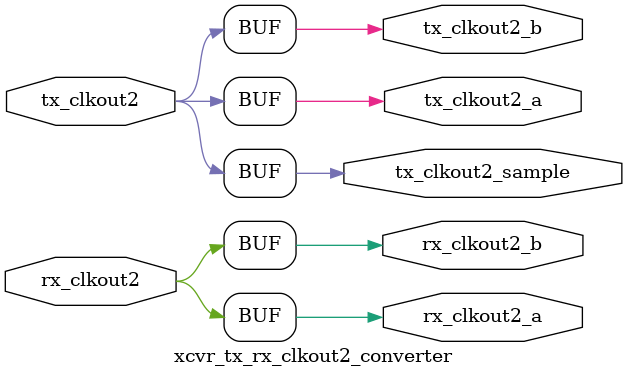
<source format=v>
/*
XCVR TX CLKOUT2 Converter for new XCVR_TEST_SYSTEM module
*/

module  xcvr_tx_rx_clkout2_converter( 
        input  tx_clkout2,
        output tx_clkout2_sample,
        output tx_clkout2_a,
        output tx_clkout2_b,
        input  rx_clkout2,
        output rx_clkout2_a,
        output rx_clkout2_b
);

	assign tx_clkout2_sample = tx_clkout2;
	assign tx_clkout2_a      = tx_clkout2;
	assign tx_clkout2_b      = tx_clkout2;
	assign rx_clkout2_a      = rx_clkout2;
	assign rx_clkout2_b      = rx_clkout2;

endmodule

</source>
